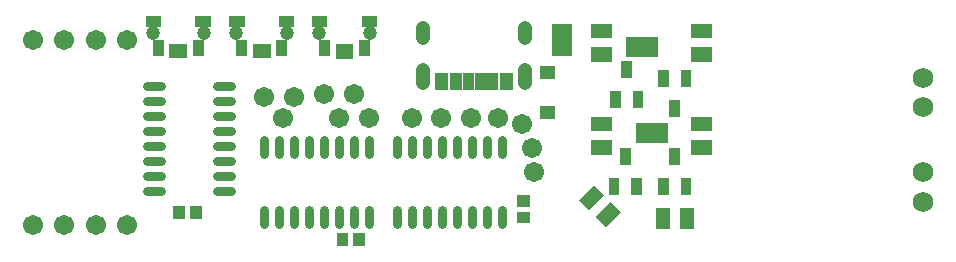
<source format=gts>
G04 Layer: TopSolderMaskLayer*
G04 EasyEDA v6.5.1, 2022-03-27 10:56:29*
G04 5bdfba2922064175801a4ef29472edea,f5a38c858c354eb5b90fd3f81420cce3,10*
G04 Gerber Generator version 0.2*
G04 Scale: 100 percent, Rotated: No, Reflected: No *
G04 Dimensions in millimeters *
G04 leading zeros omitted , absolute positions ,4 integer and 5 decimal *
%FSLAX45Y45*%
%MOMM*%

%ADD54C,1.2032*%
%ADD55C,0.8032*%
%ADD56C,1.7032*%
%ADD65R,1.5032X1.2032*%
%ADD66C,1.2000*%
%ADD67C,1.7272*%

%LPD*%
D54*
X4068013Y-184983D02*
G01*
X4068013Y-104983D01*
X4931994Y-184983D02*
G01*
X4931994Y-104983D01*
X4068013Y-569986D02*
G01*
X4068013Y-459986D01*
X4931994Y-569986D02*
G01*
X4931994Y-459986D01*
D55*
X2319980Y-1485900D02*
G01*
X2439979Y-1485900D01*
X2319980Y-1358900D02*
G01*
X2439979Y-1358900D01*
X2319980Y-1231900D02*
G01*
X2439979Y-1231900D01*
X2319980Y-1104900D02*
G01*
X2439979Y-1104900D01*
X2319980Y-977900D02*
G01*
X2439979Y-977900D01*
X2319980Y-850900D02*
G01*
X2439979Y-850900D01*
X2319980Y-723900D02*
G01*
X2439979Y-723900D01*
X2319980Y-596900D02*
G01*
X2439979Y-596900D01*
X1725620Y-1485900D02*
G01*
X1845619Y-1485900D01*
X1725620Y-1358900D02*
G01*
X1845619Y-1358900D01*
X1725620Y-1231900D02*
G01*
X1845619Y-1231900D01*
X1725620Y-1104900D02*
G01*
X1845619Y-1104900D01*
X1725620Y-977900D02*
G01*
X1845619Y-977900D01*
X1725620Y-850900D02*
G01*
X1845619Y-850900D01*
X1725620Y-723900D02*
G01*
X1845619Y-723900D01*
X1725620Y-596900D02*
G01*
X1845619Y-596900D01*
X2717800Y-1646880D02*
G01*
X2717800Y-1766879D01*
X2844800Y-1646880D02*
G01*
X2844800Y-1766879D01*
X2971800Y-1646880D02*
G01*
X2971800Y-1766879D01*
X3098800Y-1646880D02*
G01*
X3098800Y-1766879D01*
X3225800Y-1646880D02*
G01*
X3225800Y-1766879D01*
X3352800Y-1646880D02*
G01*
X3352800Y-1766879D01*
X3479800Y-1646880D02*
G01*
X3479800Y-1766879D01*
X3606800Y-1646880D02*
G01*
X3606800Y-1766879D01*
X2717800Y-1052520D02*
G01*
X2717800Y-1172519D01*
X2844800Y-1052520D02*
G01*
X2844800Y-1172519D01*
X2971800Y-1052520D02*
G01*
X2971800Y-1172519D01*
X3098800Y-1052520D02*
G01*
X3098800Y-1172519D01*
X3225800Y-1052520D02*
G01*
X3225800Y-1172519D01*
X3352800Y-1052520D02*
G01*
X3352800Y-1172519D01*
X3479800Y-1052520D02*
G01*
X3479800Y-1172519D01*
X3606800Y-1052520D02*
G01*
X3606800Y-1172519D01*
X3848100Y-1646880D02*
G01*
X3848100Y-1766879D01*
X3975100Y-1646880D02*
G01*
X3975100Y-1766879D01*
X4102100Y-1646880D02*
G01*
X4102100Y-1766879D01*
X4229100Y-1646880D02*
G01*
X4229100Y-1766879D01*
X4356100Y-1646880D02*
G01*
X4356100Y-1766879D01*
X4483100Y-1646880D02*
G01*
X4483100Y-1766879D01*
X4610100Y-1646880D02*
G01*
X4610100Y-1766879D01*
X4737100Y-1646880D02*
G01*
X4737100Y-1766879D01*
X3848100Y-1052520D02*
G01*
X3848100Y-1172519D01*
X3975100Y-1052520D02*
G01*
X3975100Y-1172519D01*
X4102100Y-1052520D02*
G01*
X4102100Y-1172519D01*
X4229100Y-1052520D02*
G01*
X4229100Y-1172519D01*
X4356100Y-1052520D02*
G01*
X4356100Y-1172519D01*
X4483100Y-1052520D02*
G01*
X4483100Y-1172519D01*
X4610100Y-1052520D02*
G01*
X4610100Y-1172519D01*
X4737100Y-1052520D02*
G01*
X4737100Y-1172519D01*
D56*
G01*
X1028700Y-203200D03*
G01*
X1295400Y-203200D03*
G01*
X762000Y-203200D03*
G01*
X762000Y-1775002D03*
G01*
X1028700Y-1775002D03*
G01*
X1295400Y-1775002D03*
G01*
X1562100Y-1775002D03*
G01*
X1562100Y-203200D03*
G01*
X2717800Y-685800D03*
G01*
X2882900Y-863600D03*
G01*
X2971800Y-685800D03*
G01*
X3225800Y-660400D03*
G01*
X3352800Y-863600D03*
G01*
X3479800Y-660400D03*
G01*
X3606800Y-863600D03*
G01*
X5003800Y-1320800D03*
G01*
X4991100Y-1117600D03*
G01*
X4902200Y-914400D03*
G01*
X4699000Y-863600D03*
G01*
X4470400Y-863600D03*
G01*
X4216400Y-863600D03*
G01*
X3975100Y-863600D03*
G36*
X5160009Y-338328D02*
G01*
X5160009Y-68071D01*
X5330190Y-68071D01*
X5330190Y-338328D01*
G37*
G36*
X1949958Y-1718818D02*
G01*
X1949958Y-1608581D01*
X2050288Y-1608581D01*
X2050288Y-1718818D01*
G37*
G36*
X2089911Y-1718818D02*
G01*
X2089911Y-1608581D01*
X2190241Y-1608581D01*
X2190241Y-1718818D01*
G37*
G36*
X3334258Y-1947418D02*
G01*
X3334258Y-1837181D01*
X3434588Y-1837181D01*
X3434588Y-1947418D01*
G37*
G36*
X3474211Y-1947418D02*
G01*
X3474211Y-1837181D01*
X3574541Y-1837181D01*
X3574541Y-1947418D01*
G37*
G36*
X4859781Y-1618487D02*
G01*
X4859781Y-1518157D01*
X4970018Y-1518157D01*
X4970018Y-1618487D01*
G37*
G36*
X4859781Y-1758442D02*
G01*
X4859781Y-1658112D01*
X4970018Y-1658112D01*
X4970018Y-1758442D01*
G37*
G36*
X5745988Y-531876D02*
G01*
X5745988Y-386587D01*
X5836411Y-386587D01*
X5836411Y-531876D01*
G37*
G36*
X5840984Y-781812D02*
G01*
X5840984Y-636523D01*
X5931408Y-636523D01*
X5931408Y-781812D01*
G37*
G36*
X5650991Y-781812D02*
G01*
X5650991Y-636523D01*
X5741415Y-636523D01*
X5741415Y-781812D01*
G37*
G36*
X5733288Y-1268476D02*
G01*
X5733288Y-1123187D01*
X5823711Y-1123187D01*
X5823711Y-1268476D01*
G37*
G36*
X5828284Y-1518412D02*
G01*
X5828284Y-1373123D01*
X5918708Y-1373123D01*
X5918708Y-1518412D01*
G37*
G36*
X5638291Y-1518412D02*
G01*
X5638291Y-1373123D01*
X5728715Y-1373123D01*
X5728715Y-1518412D01*
G37*
G36*
X5487670Y-1176273D02*
G01*
X5487670Y-1055878D01*
X5662929Y-1055878D01*
X5662929Y-1176273D01*
G37*
G36*
X5487670Y-976121D02*
G01*
X5487670Y-855726D01*
X5662929Y-855726D01*
X5662929Y-976121D01*
G37*
G36*
X5487670Y-388873D02*
G01*
X5487670Y-268478D01*
X5662929Y-268478D01*
X5662929Y-388873D01*
G37*
G36*
X5487670Y-188721D02*
G01*
X5487670Y-68326D01*
X5662929Y-68326D01*
X5662929Y-188721D01*
G37*
G36*
X5472429Y-1646681D02*
G01*
X5387340Y-1561592D01*
X5511291Y-1437639D01*
X5596381Y-1522729D01*
G37*
G36*
X5613908Y-1788160D02*
G01*
X5528818Y-1703070D01*
X5652770Y-1579118D01*
X5737859Y-1664207D01*
G37*
G36*
X6037325Y-1802129D02*
G01*
X6037325Y-1626870D01*
X6157722Y-1626870D01*
X6157722Y-1802129D01*
G37*
G36*
X6237477Y-1802129D02*
G01*
X6237477Y-1626870D01*
X6357874Y-1626870D01*
X6357874Y-1802129D01*
G37*
G36*
X6338570Y-388873D02*
G01*
X6338570Y-268478D01*
X6513829Y-268478D01*
X6513829Y-388873D01*
G37*
G36*
X6338570Y-188721D02*
G01*
X6338570Y-68326D01*
X6513829Y-68326D01*
X6513829Y-188721D01*
G37*
G36*
X6338570Y-1176273D02*
G01*
X6338570Y-1055878D01*
X6513829Y-1055878D01*
X6513829Y-1176273D01*
G37*
G36*
X6338570Y-976121D02*
G01*
X6338570Y-855726D01*
X6513829Y-855726D01*
X6513829Y-976121D01*
G37*
G36*
X6152388Y-858012D02*
G01*
X6152388Y-712723D01*
X6242811Y-712723D01*
X6242811Y-858012D01*
G37*
G36*
X6057391Y-608076D02*
G01*
X6057391Y-462787D01*
X6147815Y-462787D01*
X6147815Y-608076D01*
G37*
G36*
X6247384Y-608076D02*
G01*
X6247384Y-462787D01*
X6337808Y-462787D01*
X6337808Y-608076D01*
G37*
G36*
X6152388Y-1268476D02*
G01*
X6152388Y-1123187D01*
X6242811Y-1123187D01*
X6242811Y-1268476D01*
G37*
G36*
X6247384Y-1518412D02*
G01*
X6247384Y-1373123D01*
X6337808Y-1373123D01*
X6337808Y-1518412D01*
G37*
G36*
X6057391Y-1518412D02*
G01*
X6057391Y-1373123D01*
X6147815Y-1373123D01*
X6147815Y-1518412D01*
G37*
G36*
X1778762Y-342645D02*
G01*
X1778762Y-202437D01*
X1869186Y-202437D01*
X1869186Y-342645D01*
G37*
G36*
X2118613Y-342645D02*
G01*
X2118613Y-202437D01*
X2209038Y-202437D01*
X2209038Y-342645D01*
G37*
G36*
X2138679Y-92710D02*
G01*
X2138679Y-2286D01*
X2268981Y-2286D01*
X2268981Y-92710D01*
G37*
G36*
X1718818Y-92710D02*
G01*
X1718818Y-2286D01*
X1849120Y-2286D01*
X1849120Y-92710D01*
G37*
D65*
G01*
X1993900Y-302488D03*
D66*
G01*
X2208911Y-142519D03*
G01*
X1778888Y-142519D03*
G36*
X2484881Y-342645D02*
G01*
X2484881Y-202437D01*
X2575052Y-202437D01*
X2575052Y-342645D01*
G37*
G36*
X2824734Y-342645D02*
G01*
X2824734Y-202437D01*
X2915158Y-202437D01*
X2915158Y-342645D01*
G37*
G36*
X2844800Y-92710D02*
G01*
X2844800Y-2286D01*
X2975102Y-2286D01*
X2975102Y-92710D01*
G37*
G36*
X2424938Y-92710D02*
G01*
X2424938Y-2286D01*
X2555240Y-2286D01*
X2555240Y-92710D01*
G37*
D65*
G01*
X2699994Y-302488D03*
D66*
G01*
X2915031Y-142519D03*
G01*
X2485009Y-142519D03*
G36*
X3184906Y-342645D02*
G01*
X3184906Y-202437D01*
X3275075Y-202437D01*
X3275075Y-342645D01*
G37*
G36*
X3524758Y-342645D02*
G01*
X3524758Y-202437D01*
X3615181Y-202437D01*
X3615181Y-342645D01*
G37*
G36*
X3544824Y-92710D02*
G01*
X3544824Y-2286D01*
X3675125Y-2286D01*
X3675125Y-92710D01*
G37*
G36*
X3124961Y-92710D02*
G01*
X3124961Y-2286D01*
X3255263Y-2286D01*
X3255263Y-92710D01*
G37*
G36*
X3324859Y-362712D02*
G01*
X3324859Y-242315D01*
X3475227Y-242315D01*
X3475227Y-362712D01*
G37*
G01*
X3615004Y-142519D03*
G01*
X3184982Y-142519D03*
D67*
G01*
X8300008Y-1575003D03*
G01*
X8300008Y-1325016D03*
G01*
X8300008Y-775004D03*
G01*
X8300008Y-525018D03*
G36*
X4719827Y-625094D02*
G01*
X4719827Y-484886D01*
X4830063Y-484886D01*
X4830063Y-625094D01*
G37*
G36*
X4601718Y-625094D02*
G01*
X4601718Y-484886D01*
X4702047Y-484886D01*
X4702047Y-625094D01*
G37*
G36*
X4504943Y-625094D02*
G01*
X4504943Y-484886D01*
X4595113Y-484886D01*
X4595113Y-625094D01*
G37*
G36*
X4404868Y-625094D02*
G01*
X4404868Y-484886D01*
X4495038Y-484886D01*
X4495038Y-625094D01*
G37*
G36*
X4297934Y-625094D02*
G01*
X4297934Y-484886D01*
X4398263Y-484886D01*
X4398263Y-625094D01*
G37*
G36*
X4169918Y-625094D02*
G01*
X4169918Y-484886D01*
X4280154Y-484886D01*
X4280154Y-625094D01*
G37*
G36*
X5783072Y-351789D02*
G01*
X5783072Y-181610D01*
X6053327Y-181610D01*
X6053327Y-351789D01*
G37*
G36*
X5871972Y-1075689D02*
G01*
X5871972Y-905510D01*
X6142227Y-905510D01*
X6142227Y-1075689D01*
G37*
G36*
X5053075Y-872744D02*
G01*
X5053075Y-762507D01*
X5183124Y-762507D01*
X5183124Y-872744D01*
G37*
G36*
X5053075Y-532892D02*
G01*
X5053075Y-422655D01*
X5183124Y-422655D01*
X5183124Y-532892D01*
G37*
M02*

</source>
